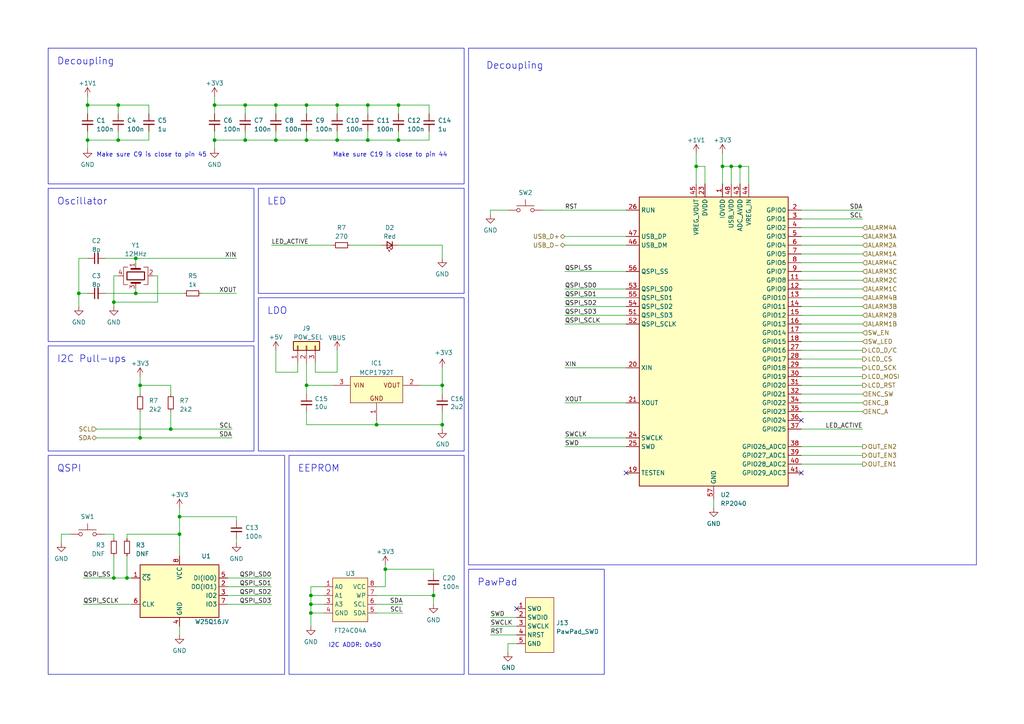
<source format=kicad_sch>
(kicad_sch (version 20230121) (generator eeschema)
  (paper "A4")
  (lib_symbols
    (symbol "Connector_Generic:Conn_01x03" (pin_names (offset 1.016) hide)
      (property "Reference" "J" (at 0 5.08 0))
      (property "Value" "Conn_01x03" (at 0 -5.08 0))
      (symbol "Conn_01x03_1_1"
        (rectangle (start -1.27 -2.413) (end 0 -2.667) (stroke (width 0.1524)))
        (rectangle (start -1.27 0.127) (end 0 -0.127) (stroke (width 0.1524)))
        (rectangle (start -1.27 2.667) (end 0 2.413) (stroke (width 0.1524)))
        (rectangle (start -1.27 3.81) (end 1.27 -3.81) (stroke (width 0.254)) (fill (type background)))
        (pin passive line (at -5.08 2.54 0) (length 3.81) (name "Pin_1") (number "1"))
        (pin passive line (at -5.08 0 0) (length 3.81) (name "Pin_2") (number "2"))
        (pin passive line (at -5.08 -2.54 0) (length 3.81) (name "Pin_3") (number "3"))
      )
    )
    (symbol "Cuprum:24C04"
      (property "Reference" "U" (at 0 7.62 0))
      (symbol "24C04_0_1"
        (rectangle (start -5.08 6.35) (end 5.08 -6.35) (fill (type background)))
      )
      (symbol "24C04_1_1"
        (pin input line (at -7.62 3.81 0) (length 2.54) (name "A0") (number "1"))
        (pin input line (at -7.62 1.27 0) (length 2.54) (name "A1") (number "2"))
        (pin input line (at -7.62 -1.27 0) (length 2.54) (name "A3") (number "3"))
        (pin input line (at -7.62 -3.81 0) (length 2.54) (name "GND") (number "4"))
        (pin input line (at 7.62 -3.81 180) (length 2.54) (name "SDA") (number "5"))
        (pin input line (at 7.62 -1.27 180) (length 2.54) (name "SCL") (number "6"))
        (pin input line (at 7.62 1.27 180) (length 2.54) (name "WP") (number "7"))
        (pin input line (at 7.62 3.81 180) (length 2.54) (name "VCC") (number "8"))
      )
    )
    (symbol "Device:C_Small" (pin_numbers hide) (pin_names (offset 0.254) hide)
      (property "Reference" "C" (at 0.254 1.778 0))
      (property "Value" "C_Small" (at 0.254 -2.032 0))
      (symbol "C_Small_0_1"
        (polyline (pts (xy -1.524 -0.508) (xy 1.524 -0.508)) (stroke (width 0.3302)))
        (polyline (pts (xy -1.524 0.508) (xy 1.524 0.508)) (stroke (width 0.3048)))
      )
      (symbol "C_Small_1_1"
        (pin passive line (at 0 2.54 270) (length 2.032) (name "~") (number "1"))
        (pin passive line (at 0 -2.54 90) (length 2.032) (name "~") (number "2"))
      )
    )
    (symbol "Device:Crystal_GND24" (pin_names (offset 1.016) hide)
      (property "Reference" "Y" (at 3.175 5.08 0))
      (property "Value" "Crystal_GND24" (at 3.175 3.175 0))
      (symbol "Crystal_GND24_0_1"
        (rectangle (start -1.143 2.54) (end 1.143 -2.54) (stroke (width 0.3048)))
        (polyline (pts (xy -2.54 0) (xy -2.032 0)))
        (polyline (pts (xy -2.032 -1.27) (xy -2.032 1.27)) (stroke (width 0.508)))
        (polyline (pts (xy 0 -3.81) (xy 0 -3.556)))
        (polyline (pts (xy 0 3.556) (xy 0 3.81)))
        (polyline (pts (xy 2.032 -1.27) (xy 2.032 1.27)) (stroke (width 0.508)))
        (polyline (pts (xy 2.032 0) (xy 2.54 0)))
        (polyline (pts (xy -2.54 -2.286) (xy -2.54 -3.556) (xy 2.54 -3.556) (xy 2.54 -2.286)))
        (polyline (pts (xy -2.54 2.286) (xy -2.54 3.556) (xy 2.54 3.556) (xy 2.54 2.286)))
      )
      (symbol "Crystal_GND24_1_1"
        (pin passive line (at -3.81 0 0) (length 1.27) (name "1") (number "1"))
        (pin passive line (at 0 5.08 270) (length 1.27) (name "2") (number "2"))
        (pin passive line (at 3.81 0 180) (length 1.27) (name "3") (number "3"))
        (pin passive line (at 0 -5.08 90) (length 1.27) (name "4") (number "4"))
      )
    )
    (symbol "Device:LED_Small" (pin_numbers hide) (pin_names (offset 0.254) hide)
      (property "Reference" "D" (at -1.27 3.175 0))
      (property "Value" "LED_Small" (at -4.445 -2.54 0))
      (symbol "LED_Small_0_1"
        (polyline (pts (xy -0.762 -1.016) (xy -0.762 1.016)) (stroke (width 0.254)))
        (polyline (pts (xy 1.016 0) (xy -0.762 0)))
        (polyline (pts (xy 0.762 -1.016) (xy -0.762 0) (xy 0.762 1.016) (xy 0.762 -1.016)) (stroke (width 0.254)))
        (polyline (pts (xy 0 0.762) (xy -0.508 1.27) (xy -0.254 1.27) (xy -0.508 1.27) (xy -0.508 1.016)))
        (polyline (pts (xy 0.508 1.27) (xy 0 1.778) (xy 0.254 1.778) (xy 0 1.778) (xy 0 1.524)))
      )
      (symbol "LED_Small_1_1"
        (pin passive line (at -2.54 0 0) (length 1.778) (name "K") (number "1"))
        (pin passive line (at 2.54 0 180) (length 1.778) (name "A") (number "2"))
      )
    )
    (symbol "Device:R_Small" (pin_numbers hide) (pin_names (offset 0.254) hide)
      (property "Reference" "R" (at 0.762 0.508 0))
      (property "Value" "R_Small" (at 0.762 -1.016 0))
      (symbol "R_Small_0_1"
        (rectangle (start -0.762 1.778) (end 0.762 -1.778) (stroke (width 0.2032)))
      )
      (symbol "R_Small_1_1"
        (pin passive line (at 0 2.54 270) (length 0.762) (name "~") (number "1"))
        (pin passive line (at 0 -2.54 90) (length 0.762) (name "~") (number "2"))
      )
    )
    (symbol "MCU_RaspberryPi:RP2040"
      (property "Reference" "U" (at 17.78 45.72 0))
      (property "Value" "RP2040" (at 17.78 43.18 0))
      (symbol "RP2040_0_1"
        (rectangle (start -21.59 41.91) (end 21.59 -41.91) (stroke (width 0.254)) (fill (type background)))
      )
      (symbol "RP2040_1_1"
        (pin power_in line (at 2.54 45.72 270) (length 3.81) (name "IOVDD") (number "1"))
        (pin passive line (at 2.54 45.72 270) (length 3.81) hide (name "IOVDD") (number "10"))
        (pin bidirectional line (at 25.4 17.78 180) (length 3.81) (name "GPIO8") (number "11"))
        (pin bidirectional line (at 25.4 15.24 180) (length 3.81) (name "GPIO9") (number "12"))
        (pin bidirectional line (at 25.4 12.7 180) (length 3.81) (name "GPIO10") (number "13"))
        (pin bidirectional line (at 25.4 10.16 180) (length 3.81) (name "GPIO11") (number "14"))
        (pin bidirectional line (at 25.4 7.62 180) (length 3.81) (name "GPIO12") (number "15"))
        (pin bidirectional line (at 25.4 5.08 180) (length 3.81) (name "GPIO13") (number "16"))
        (pin bidirectional line (at 25.4 2.54 180) (length 3.81) (name "GPIO14") (number "17"))
        (pin bidirectional line (at 25.4 0 180) (length 3.81) (name "GPIO15") (number "18"))
        (pin input line (at -25.4 -38.1 0) (length 3.81) (name "TESTEN") (number "19"))
        (pin bidirectional line (at 25.4 38.1 180) (length 3.81) (name "GPIO0") (number "2"))
        (pin input line (at -25.4 -7.62 0) (length 3.81) (name "XIN") (number "20"))
        (pin passive line (at -25.4 -17.78 0) (length 3.81) (name "XOUT") (number "21"))
        (pin passive line (at 2.54 45.72 270) (length 3.81) hide (name "IOVDD") (number "22"))
        (pin power_in line (at -2.54 45.72 270) (length 3.81) (name "DVDD") (number "23"))
        (pin output line (at -25.4 -27.94 0) (length 3.81) (name "SWCLK") (number "24"))
        (pin bidirectional line (at -25.4 -30.48 0) (length 3.81) (name "SWD") (number "25"))
        (pin input line (at -25.4 38.1 0) (length 3.81) (name "RUN") (number "26"))
        (pin bidirectional line (at 25.4 -2.54 180) (length 3.81) (name "GPIO16") (number "27"))
        (pin bidirectional line (at 25.4 -5.08 180) (length 3.81) (name "GPIO17") (number "28"))
        (pin bidirectional line (at 25.4 -7.62 180) (length 3.81) (name "GPIO18") (number "29"))
        (pin bidirectional line (at 25.4 35.56 180) (length 3.81) (name "GPIO1") (number "3"))
        (pin bidirectional line (at 25.4 -10.16 180) (length 3.81) (name "GPIO19") (number "30"))
        (pin bidirectional line (at 25.4 -12.7 180) (length 3.81) (name "GPIO20") (number "31"))
        (pin bidirectional line (at 25.4 -15.24 180) (length 3.81) (name "GPIO21") (number "32"))
        (pin passive line (at 2.54 45.72 270) (length 3.81) hide (name "IOVDD") (number "33"))
        (pin bidirectional line (at 25.4 -17.78 180) (length 3.81) (name "GPIO22") (number "34"))
        (pin bidirectional line (at 25.4 -20.32 180) (length 3.81) (name "GPIO23") (number "35"))
        (pin bidirectional line (at 25.4 -22.86 180) (length 3.81) (name "GPIO24") (number "36"))
        (pin bidirectional line (at 25.4 -25.4 180) (length 3.81) (name "GPIO25") (number "37"))
        (pin bidirectional line (at 25.4 -30.48 180) (length 3.81) (name "GPIO26_ADC0") (number "38"))
        (pin bidirectional line (at 25.4 -33.02 180) (length 3.81) (name "GPIO27_ADC1") (number "39"))
        (pin bidirectional line (at 25.4 33.02 180) (length 3.81) (name "GPIO2") (number "4"))
        (pin bidirectional line (at 25.4 -35.56 180) (length 3.81) (name "GPIO28_ADC2") (number "40"))
        (pin bidirectional line (at 25.4 -38.1 180) (length 3.81) (name "GPIO29_ADC3") (number "41"))
        (pin passive line (at 2.54 45.72 270) (length 3.81) hide (name "IOVDD") (number "42"))
        (pin power_in line (at 7.62 45.72 270) (length 3.81) (name "ADC_AVDD") (number "43"))
        (pin power_in line (at 10.16 45.72 270) (length 3.81) (name "VREG_IN") (number "44"))
        (pin power_out line (at -5.08 45.72 270) (length 3.81) (name "VREG_VOUT") (number "45"))
        (pin bidirectional line (at -25.4 27.94 0) (length 3.81) (name "USB_DM") (number "46"))
        (pin bidirectional line (at -25.4 30.48 0) (length 3.81) (name "USB_DP") (number "47"))
        (pin power_in line (at 5.08 45.72 270) (length 3.81) (name "USB_VDD") (number "48"))
        (pin passive line (at 2.54 45.72 270) (length 3.81) hide (name "IOVDD") (number "49"))
        (pin bidirectional line (at 25.4 30.48 180) (length 3.81) (name "GPIO3") (number "5"))
        (pin passive line (at -2.54 45.72 270) (length 3.81) hide (name "DVDD") (number "50"))
        (pin bidirectional line (at -25.4 7.62 0) (length 3.81) (name "QSPI_SD3") (number "51"))
        (pin output line (at -25.4 5.08 0) (length 3.81) (name "QSPI_SCLK") (number "52"))
        (pin bidirectional line (at -25.4 15.24 0) (length 3.81) (name "QSPI_SD0") (number "53"))
        (pin bidirectional line (at -25.4 10.16 0) (length 3.81) (name "QSPI_SD2") (number "54"))
        (pin bidirectional line (at -25.4 12.7 0) (length 3.81) (name "QSPI_SD1") (number "55"))
        (pin bidirectional line (at -25.4 20.32 0) (length 3.81) (name "QSPI_SS") (number "56"))
        (pin power_in line (at 0 -45.72 90) (length 3.81) (name "GND") (number "57"))
        (pin bidirectional line (at 25.4 27.94 180) (length 3.81) (name "GPIO4") (number "6"))
        (pin bidirectional line (at 25.4 25.4 180) (length 3.81) (name "GPIO5") (number "7"))
        (pin bidirectional line (at 25.4 22.86 180) (length 3.81) (name "GPIO6") (number "8"))
        (pin bidirectional line (at 25.4 20.32 180) (length 3.81) (name "GPIO7") (number "9"))
      )
    )
    (symbol "Memory_Flash:W25Q32JVSS"
      (property "Reference" "U6" (at 6.35 10.16 0))
      (property "Value" "W25Q16JV" (at 4.445 -8.89 0))
      (symbol "W25Q32JVSS_0_1"
        (rectangle (start -11.43 7.62) (end 11.43 -7.62) (stroke (width 0.254)) (fill (type background)))
      )
      (symbol "W25Q32JVSS_1_1"
        (pin input line (at -13.97 3.81 0) (length 2.54) (name "~{CS}") (number "1"))
        (pin bidirectional line (at 13.97 1.27 180) (length 2.54) (name "DO(IO1)") (number "2"))
        (pin bidirectional line (at 13.97 -1.27 180) (length 2.54) (name "IO2") (number "3"))
        (pin power_in line (at 0 -10.16 90) (length 2.54) (name "GND") (number "4"))
        (pin bidirectional line (at 13.97 3.81 180) (length 2.54) (name "DI(IO0)") (number "5"))
        (pin input line (at -13.97 -3.81 0) (length 2.54) (name "CLK") (number "6"))
        (pin bidirectional line (at 13.97 -3.81 180) (length 2.54) (name "IO3") (number "7"))
        (pin power_in line (at 0 10.16 270) (length 2.54) (name "VCC") (number "8"))
      )
    )
    (symbol "PCM_4ms_Power-symbol:+5V" (power) (pin_names (offset 0))
      (property "Value" "+5V" (at 0 3.556 0))
      (symbol "+5V_0_1"
        (polyline (pts (xy -0.762 1.27) (xy 0 2.54)))
        (polyline (pts (xy 0 0) (xy 0 2.54)))
        (polyline (pts (xy 0 2.54) (xy 0.762 1.27)))
      )
      (symbol "+5V_1_1"
        (pin power_in line (at 0 0 90) (length 0) hide (name "+5V") (number "1"))
      )
    )
    (symbol "SamacSys_Parts:MCP1792T-3302H_CB" (pin_names (offset 0.762))
      (property "Reference" "IC?" (at 13.97 6.4557 0))
      (property "Value" "MCP1792T-3302H_CB" (at 13.97 3.6806 0))
      (symbol "MCP1792T-3302H_CB_0_0"
        (text "GND" (at 12.7 -3.81 0) (effects (font (size 1.27 1.27))))
        (text "VIN" (at 7.62 0 0) (effects (font (size 1.27 1.27))))
        (text "VOUT" (at 17.145 0 0) (effects (font (size 1.27 1.27))))
        (pin passive line (at 12.7 -10.16 90) (length 5.08) (name "") (number "1"))
        (pin passive line (at 25.4 0 180) (length 5.08) (name "") (number "2"))
        (pin passive line (at 0 0 0) (length 5.08) (name "") (number "3"))
      )
      (symbol "MCP1792T-3302H_CB_0_1"
        (polyline (pts (xy 5.08 2.54) (xy 20.32 2.54) (xy 20.32 -5.08) (xy 5.08 -5.08) (xy 5.08 2.54)) (stroke (width 0.1524)) (fill (type background)))
      )
    )
    (symbol "Switch:SW_Push" (pin_numbers hide) (pin_names (offset 1.016) hide)
      (property "Reference" "SW" (at 1.27 2.54 0))
      (property "Value" "SW_Push" (at 0 -1.524 0))
      (symbol "SW_Push_0_1"
        (circle (center -2.032 0) (radius 0.508))
        (polyline (pts (xy 0 1.27) (xy 0 3.048)))
        (polyline (pts (xy 2.54 1.27) (xy -2.54 1.27)))
        (circle (center 2.032 0) (radius 0.508))
        (pin passive line (at -5.08 0 0) (length 2.54) (name "1") (number "1"))
        (pin passive line (at 5.08 0 180) (length 2.54) (name "2") (number "2"))
      )
    )
    (symbol "pawpad:PawPad_SWD"
      (property "Reference" "J" (at 0 10.16 0))
      (property "Value" "PawPad_SWD" (at 0 -9.525 0))
      (symbol "PawPad_SWD_0_1"
        (rectangle (start -3.81 8.255) (end 4.445 -7.62) (fill (type background)))
      )
      (symbol "PawPad_SWD_1_1"
        (pin input line (at -6.35 5.08 0) (length 2.54) (name "SWO") (number "1"))
        (pin input line (at -6.35 2.54 0) (length 2.54) (name "SWDIO") (number "2"))
        (pin input line (at -6.35 0 0) (length 2.54) (name "SWCLK") (number "3"))
        (pin input line (at -6.35 -2.54 0) (length 2.54) (name "NRST") (number "4"))
        (pin input line (at -6.35 -5.08 0) (length 2.54) (name "GND") (number "5"))
      )
    )
    (symbol "power:+1V1" (power) (pin_names (offset 0))
      (property "Value" "+1V1" (at 0 3.556 0))
      (symbol "+1V1_0_1"
        (polyline (pts (xy -0.762 1.27) (xy 0 2.54)))
        (polyline (pts (xy 0 0) (xy 0 2.54)))
        (polyline (pts (xy 0 2.54) (xy 0.762 1.27)))
      )
      (symbol "+1V1_1_1"
        (pin power_in line (at 0 0 90) (length 0) hide (name "+1V1") (number "1"))
      )
    )
    (symbol "power:+3V3" (power) (pin_names (offset 0))
      (property "Value" "+3V3" (at 0 3.556 0))
      (symbol "+3V3_0_1"
        (polyline (pts (xy -0.762 1.27) (xy 0 2.54)))
        (polyline (pts (xy 0 0) (xy 0 2.54)))
        (polyline (pts (xy 0 2.54) (xy 0.762 1.27)))
      )
      (symbol "+3V3_1_1"
        (pin power_in line (at 0 0 90) (length 0) hide (name "+3V3") (number "1"))
      )
    )
    (symbol "power:GND" (power) (pin_names (offset 0))
      (property "Value" "GND" (at 0 -3.81 0))
      (symbol "GND_0_1"
        (polyline (pts (xy 0 0) (xy 0 -1.27) (xy 1.27 -1.27) (xy 0 -2.54) (xy -1.27 -1.27) (xy 0 -1.27)))
      )
      (symbol "GND_1_1"
        (pin power_in line (at 0 0 270) (length 0) hide (name "GND") (number "1"))
      )
    )
    (symbol "power:VBUS" (power) (pin_names (offset 0))
      (property "Value" "VBUS" (at 0 3.81 0))
      (symbol "VBUS_0_1"
        (polyline (pts (xy -0.762 1.27) (xy 0 2.54)))
        (polyline (pts (xy 0 0) (xy 0 2.54)))
        (polyline (pts (xy 0 2.54) (xy 0.762 1.27)))
      )
      (symbol "VBUS_1_1"
        (pin power_in line (at 0 0 90) (length 0) hide (name "VBUS") (number "1"))
      )
    )
  )
  (junction (at 212.09 48.26))
  (junction (at 52.07 149.86))
  (junction (at 109.22 123.19))
  (junction (at 22.86 85.09))
  (junction (at 25.4 30.48))
  (junction (at 90.17 177.8))
  (junction (at 214.63 48.26))
  (junction (at 106.68 30.48))
  (junction (at 88.9 30.48))
  (junction (at 71.12 40.64))
  (junction (at 40.64 111.76))
  (junction (at 71.12 30.48))
  (junction (at 111.76 165.1))
  (junction (at 49.53 124.46))
  (junction (at 52.07 154.94))
  (junction (at 39.37 85.09))
  (junction (at 88.9 111.76))
  (junction (at 209.55 48.26))
  (junction (at 25.4 40.64))
  (junction (at 80.01 40.64))
  (junction (at 40.64 127))
  (junction (at 33.02 87.63))
  (junction (at 36.83 167.64))
  (junction (at 33.02 167.64))
  (junction (at 201.93 48.26))
  (junction (at 128.27 123.19))
  (junction (at 97.79 40.64))
  (junction (at 97.79 30.48))
  (junction (at 88.9 40.64))
  (junction (at 90.17 175.26))
  (junction (at 62.23 40.64))
  (junction (at 90.17 172.72))
  (junction (at 39.37 74.93))
  (junction (at 106.68 40.64))
  (junction (at 115.57 40.64))
  (junction (at 62.23 30.48))
  (junction (at 34.29 30.48))
  (junction (at 34.29 40.64))
  (junction (at 115.57 30.48))
  (junction (at 128.27 111.76))
  (junction (at 80.01 30.48))
  (junction (at 125.73 172.72))
  (no_connect (at 181.61 137.16))
  (no_connect (at 232.41 121.92))
  (no_connect (at 149.86 176.53))
  (no_connect (at 232.41 137.16))
  (wire (pts (xy 125.73 165.1) (xy 111.76 165.1)))
  (wire (pts (xy 204.47 48.26) (xy 204.47 53.34)))
  (wire (pts (xy 142.24 179.07) (xy 149.86 179.07)))
  (wire (pts (xy 27.94 127) (xy 40.64 127)))
  (wire (pts (xy 109.22 177.8) (xy 116.84 177.8)))
  (wire (pts (xy 232.41 129.54) (xy 250.19 129.54)))
  (wire (pts (xy 90.17 170.18) (xy 93.98 170.18)))
  (wire (pts (xy 232.41 88.9) (xy 250.19 88.9)))
  (wire (pts (xy 62.23 38.1) (xy 62.23 40.64)))
  (wire (pts (xy 232.41 132.08) (xy 250.19 132.08)))
  (wire (pts (xy 232.41 119.38) (xy 250.19 119.38)))
  (wire (pts (xy 86.36 107.95) (xy 80.01 107.95)))
  (wire (pts (xy 232.41 66.04) (xy 250.19 66.04)))
  (wire (pts (xy 80.01 101.6) (xy 80.01 107.95)))
  (wire (pts (xy 40.64 119.38) (xy 40.64 127)))
  (wire (pts (xy 128.27 111.76) (xy 128.27 114.3)))
  (wire (pts (xy 97.79 30.48) (xy 106.68 30.48)))
  (wire (pts (xy 109.22 170.18) (xy 111.76 170.18)))
  (wire (pts (xy 36.83 167.64) (xy 38.1 167.64)))
  (wire (pts (xy 111.76 163.83) (xy 111.76 165.1)))
  (wire (pts (xy 88.9 119.38) (xy 88.9 123.19)))
  (wire (pts (xy 124.46 30.48) (xy 124.46 33.02)))
  (wire (pts (xy 90.17 172.72) (xy 90.17 170.18)))
  (wire (pts (xy 88.9 111.76) (xy 96.52 111.76)))
  (wire (pts (xy 232.41 93.98) (xy 250.19 93.98)))
  (wire (pts (xy 52.07 149.86) (xy 52.07 154.94)))
  (wire (pts (xy 106.68 40.64) (xy 115.57 40.64)))
  (wire (pts (xy 17.78 154.94) (xy 20.32 154.94)))
  (wire (pts (xy 62.23 43.18) (xy 62.23 40.64)))
  (wire (pts (xy 33.02 80.01) (xy 34.29 80.01)))
  (wire (pts (xy 212.09 53.34) (xy 212.09 48.26)))
  (wire (pts (xy 163.83 86.36) (xy 181.61 86.36)))
  (wire (pts (xy 71.12 40.64) (xy 80.01 40.64)))
  (wire (pts (xy 25.4 27.94) (xy 25.4 30.48)))
  (wire (pts (xy 232.41 86.36) (xy 250.19 86.36)))
  (wire (pts (xy 232.41 71.12) (xy 250.19 71.12)))
  (wire (pts (xy 43.18 38.1) (xy 43.18 40.64)))
  (wire (pts (xy 232.41 73.66) (xy 250.19 73.66)))
  (wire (pts (xy 209.55 48.26) (xy 209.55 53.34)))
  (wire (pts (xy 128.27 71.12) (xy 128.27 74.93)))
  (wire (pts (xy 232.41 96.52) (xy 250.19 96.52)))
  (wire (pts (xy 101.6 71.12) (xy 110.49 71.12)))
  (wire (pts (xy 68.58 151.13) (xy 68.58 149.86)))
  (wire (pts (xy 128.27 119.38) (xy 128.27 123.19)))
  (wire (pts (xy 80.01 40.64) (xy 88.9 40.64)))
  (wire (pts (xy 163.83 116.84) (xy 181.61 116.84)))
  (wire (pts (xy 106.68 30.48) (xy 106.68 33.02)))
  (wire (pts (xy 45.72 80.01) (xy 45.72 87.63)))
  (wire (pts (xy 49.53 124.46) (xy 67.31 124.46)))
  (wire (pts (xy 97.79 40.64) (xy 106.68 40.64)))
  (wire (pts (xy 24.13 167.64) (xy 33.02 167.64)))
  (wire (pts (xy 232.41 99.06) (xy 250.19 99.06)))
  (wire (pts (xy 25.4 40.64) (xy 25.4 43.18)))
  (wire (pts (xy 40.64 109.22) (xy 40.64 111.76)))
  (wire (pts (xy 232.41 81.28) (xy 250.19 81.28)))
  (wire (pts (xy 142.24 62.23) (xy 142.24 60.96)))
  (wire (pts (xy 232.41 91.44) (xy 250.19 91.44)))
  (wire (pts (xy 217.17 53.34) (xy 217.17 48.26)))
  (wire (pts (xy 78.74 172.72) (xy 66.04 172.72)))
  (wire (pts (xy 80.01 40.64) (xy 80.01 38.1)))
  (wire (pts (xy 22.86 85.09) (xy 22.86 74.93)))
  (wire (pts (xy 88.9 40.64) (xy 97.79 40.64)))
  (wire (pts (xy 24.13 175.26) (xy 38.1 175.26)))
  (wire (pts (xy 125.73 172.72) (xy 125.73 175.26)))
  (wire (pts (xy 209.55 44.45) (xy 209.55 48.26)))
  (wire (pts (xy 71.12 40.64) (xy 71.12 38.1)))
  (wire (pts (xy 22.86 88.9) (xy 22.86 85.09)))
  (wire (pts (xy 128.27 123.19) (xy 128.27 124.46)))
  (wire (pts (xy 201.93 44.45) (xy 201.93 48.26)))
  (wire (pts (xy 232.41 124.46) (xy 250.19 124.46)))
  (wire (pts (xy 88.9 123.19) (xy 109.22 123.19)))
  (wire (pts (xy 34.29 30.48) (xy 34.29 33.02)))
  (wire (pts (xy 71.12 30.48) (xy 80.01 30.48)))
  (wire (pts (xy 36.83 154.94) (xy 52.07 154.94)))
  (wire (pts (xy 39.37 74.93) (xy 68.58 74.93)))
  (wire (pts (xy 115.57 30.48) (xy 124.46 30.48)))
  (wire (pts (xy 163.83 71.12) (xy 181.61 71.12)))
  (wire (pts (xy 207.01 147.32) (xy 207.01 144.78)))
  (wire (pts (xy 111.76 165.1) (xy 111.76 170.18)))
  (wire (pts (xy 39.37 85.09) (xy 53.34 85.09)))
  (wire (pts (xy 52.07 184.15) (xy 52.07 181.61)))
  (wire (pts (xy 163.83 93.98) (xy 181.61 93.98)))
  (wire (pts (xy 43.18 30.48) (xy 43.18 33.02)))
  (wire (pts (xy 86.36 105.41) (xy 86.36 107.95)))
  (wire (pts (xy 97.79 30.48) (xy 97.79 33.02)))
  (wire (pts (xy 90.17 172.72) (xy 93.98 172.72)))
  (wire (pts (xy 71.12 30.48) (xy 71.12 33.02)))
  (wire (pts (xy 232.41 106.68) (xy 250.19 106.68)))
  (wire (pts (xy 96.52 71.12) (xy 78.74 71.12)))
  (wire (pts (xy 30.48 85.09) (xy 39.37 85.09)))
  (wire (pts (xy 106.68 40.64) (xy 106.68 38.1)))
  (wire (pts (xy 142.24 60.96) (xy 147.32 60.96)))
  (wire (pts (xy 62.23 30.48) (xy 71.12 30.48)))
  (wire (pts (xy 22.86 85.09) (xy 25.4 85.09)))
  (wire (pts (xy 232.41 101.6) (xy 250.19 101.6)))
  (wire (pts (xy 232.41 111.76) (xy 250.19 111.76)))
  (wire (pts (xy 109.22 123.19) (xy 128.27 123.19)))
  (wire (pts (xy 109.22 121.92) (xy 109.22 123.19)))
  (wire (pts (xy 121.92 111.76) (xy 128.27 111.76)))
  (wire (pts (xy 163.83 68.58) (xy 181.61 68.58)))
  (wire (pts (xy 90.17 175.26) (xy 90.17 172.72)))
  (wire (pts (xy 163.83 78.74) (xy 181.61 78.74)))
  (wire (pts (xy 232.41 114.3) (xy 250.19 114.3)))
  (wire (pts (xy 90.17 177.8) (xy 93.98 177.8)))
  (wire (pts (xy 90.17 175.26) (xy 93.98 175.26)))
  (wire (pts (xy 68.58 85.09) (xy 58.42 85.09)))
  (wire (pts (xy 106.68 30.48) (xy 115.57 30.48)))
  (wire (pts (xy 30.48 154.94) (xy 33.02 154.94)))
  (wire (pts (xy 88.9 40.64) (xy 88.9 38.1)))
  (wire (pts (xy 33.02 87.63) (xy 33.02 80.01)))
  (wire (pts (xy 163.83 129.54) (xy 181.61 129.54)))
  (wire (pts (xy 163.83 106.68) (xy 181.61 106.68)))
  (wire (pts (xy 80.01 30.48) (xy 80.01 33.02)))
  (wire (pts (xy 125.73 166.37) (xy 125.73 165.1)))
  (wire (pts (xy 232.41 68.58) (xy 250.19 68.58)))
  (wire (pts (xy 33.02 167.64) (xy 36.83 167.64)))
  (wire (pts (xy 214.63 48.26) (xy 212.09 48.26)))
  (wire (pts (xy 163.83 127) (xy 181.61 127)))
  (wire (pts (xy 90.17 177.8) (xy 90.17 175.26)))
  (wire (pts (xy 62.23 30.48) (xy 62.23 33.02)))
  (wire (pts (xy 124.46 40.64) (xy 124.46 38.1)))
  (wire (pts (xy 34.29 30.48) (xy 25.4 30.48)))
  (wire (pts (xy 232.41 134.62) (xy 250.19 134.62)))
  (wire (pts (xy 17.78 154.94) (xy 17.78 157.48)))
  (wire (pts (xy 33.02 154.94) (xy 33.02 156.21)))
  (wire (pts (xy 80.01 30.48) (xy 88.9 30.48)))
  (wire (pts (xy 34.29 40.64) (xy 43.18 40.64)))
  (wire (pts (xy 62.23 27.94) (xy 62.23 30.48)))
  (wire (pts (xy 232.41 83.82) (xy 250.19 83.82)))
  (wire (pts (xy 201.93 53.34) (xy 201.93 48.26)))
  (wire (pts (xy 97.79 107.95) (xy 91.44 107.95)))
  (wire (pts (xy 44.45 80.01) (xy 45.72 80.01)))
  (wire (pts (xy 34.29 38.1) (xy 34.29 40.64)))
  (wire (pts (xy 25.4 30.48) (xy 25.4 33.02)))
  (wire (pts (xy 201.93 48.26) (xy 204.47 48.26)))
  (wire (pts (xy 232.41 76.2) (xy 250.19 76.2)))
  (wire (pts (xy 147.32 189.23) (xy 147.32 186.69)))
  (wire (pts (xy 109.22 172.72) (xy 125.73 172.72)))
  (wire (pts (xy 147.32 186.69) (xy 149.86 186.69)))
  (wire (pts (xy 142.24 184.15) (xy 149.86 184.15)))
  (wire (pts (xy 232.41 104.14) (xy 250.19 104.14)))
  (wire (pts (xy 163.83 88.9) (xy 181.61 88.9)))
  (wire (pts (xy 40.64 111.76) (xy 49.53 111.76)))
  (wire (pts (xy 52.07 149.86) (xy 68.58 149.86)))
  (wire (pts (xy 232.41 78.74) (xy 250.19 78.74)))
  (wire (pts (xy 163.83 91.44) (xy 181.61 91.44)))
  (wire (pts (xy 33.02 161.29) (xy 33.02 167.64)))
  (wire (pts (xy 88.9 30.48) (xy 97.79 30.48)))
  (wire (pts (xy 115.57 40.64) (xy 115.57 38.1)))
  (wire (pts (xy 45.72 87.63) (xy 33.02 87.63)))
  (wire (pts (xy 115.57 30.48) (xy 115.57 33.02)))
  (wire (pts (xy 78.74 170.18) (xy 66.04 170.18)))
  (wire (pts (xy 68.58 157.48) (xy 68.58 156.21)))
  (wire (pts (xy 128.27 106.68) (xy 128.27 111.76)))
  (wire (pts (xy 40.64 127) (xy 67.31 127)))
  (wire (pts (xy 163.83 83.82) (xy 181.61 83.82)))
  (wire (pts (xy 30.48 74.93) (xy 39.37 74.93)))
  (wire (pts (xy 25.4 40.64) (xy 34.29 40.64)))
  (wire (pts (xy 27.94 124.46) (xy 49.53 124.46)))
  (wire (pts (xy 49.53 114.3) (xy 49.53 111.76)))
  (wire (pts (xy 232.41 63.5) (xy 250.19 63.5)))
  (wire (pts (xy 217.17 48.26) (xy 214.63 48.26)))
  (wire (pts (xy 212.09 48.26) (xy 209.55 48.26)))
  (wire (pts (xy 115.57 40.64) (xy 124.46 40.64)))
  (wire (pts (xy 91.44 107.95) (xy 91.44 105.41)))
  (wire (pts (xy 90.17 181.61) (xy 90.17 177.8)))
  (wire (pts (xy 214.63 53.34) (xy 214.63 48.26)))
  (wire (pts (xy 25.4 38.1) (xy 25.4 40.64)))
  (wire (pts (xy 88.9 111.76) (xy 88.9 114.3)))
  (wire (pts (xy 142.24 181.61) (xy 149.86 181.61)))
  (wire (pts (xy 49.53 119.38) (xy 49.53 124.46)))
  (wire (pts (xy 115.57 71.12) (xy 128.27 71.12)))
  (wire (pts (xy 78.74 175.26) (xy 66.04 175.26)))
  (wire (pts (xy 62.23 40.64) (xy 71.12 40.64)))
  (wire (pts (xy 232.41 60.96) (xy 250.19 60.96)))
  (wire (pts (xy 157.48 60.96) (xy 181.61 60.96)))
  (wire (pts (xy 43.18 30.48) (xy 34.29 30.48)))
  (wire (pts (xy 40.64 111.76) (xy 40.64 114.3)))
  (wire (pts (xy 22.86 74.93) (xy 25.4 74.93)))
  (wire (pts (xy 109.22 175.26) (xy 116.84 175.26)))
  (wire (pts (xy 78.74 167.64) (xy 66.04 167.64)))
  (wire (pts (xy 33.02 88.9) (xy 33.02 87.63)))
  (wire (pts (xy 52.07 154.94) (xy 52.07 161.29)))
  (wire (pts (xy 39.37 76.2) (xy 39.37 74.93)))
  (wire (pts (xy 36.83 161.29) (xy 36.83 167.64)))
  (wire (pts (xy 125.73 171.45) (xy 125.73 172.72)))
  (wire (pts (xy 88.9 30.48) (xy 88.9 33.02)))
  (wire (pts (xy 97.79 101.6) (xy 97.79 107.95)))
  (wire (pts (xy 52.07 147.32) (xy 52.07 149.86)))
  (wire (pts (xy 232.41 109.22) (xy 250.19 109.22)))
  (wire (pts (xy 97.79 40.64) (xy 97.79 38.1)))
  (wire (pts (xy 88.9 105.41) (xy 88.9 111.76)))
  (wire (pts (xy 36.83 154.94) (xy 36.83 156.21)))
  (wire (pts (xy 39.37 85.09) (xy 39.37 83.82)))
  (wire (pts (xy 232.41 116.84) (xy 250.19 116.84)))
  (rectangle (start 83.82 132.08) (end 134.62 195.58))
  (rectangle (start 13.97 13.97) (end 134.62 53.34))
  (rectangle (start 13.97 54.61) (end 73.66 99.06))
  (rectangle (start 13.97 132.08) (end 82.55 195.58))
  (rectangle (start 74.93 54.61) (end 134.62 85.09))
  (rectangle (start 13.97 100.33) (end 73.66 130.81))
  (rectangle (start 74.93 86.36) (end 134.62 130.81))
  (rectangle (start 135.89 13.97) (end 283.21 163.83))
  (rectangle (start 135.89 165.1) (end 175.26 195.58))
  (text "LDO" (at 77.47 91.44 0) (effects (font (size 2 2)) (justify left bottom)))
  (text "Make sure C9 is close to pin 45" (at 27.94 45.72 0) (effects (font (size 1.27 1.27)) (justify left bottom)))
  (text "Decoupling" (at 16.51 19.05 0) (effects (font (size 2 2)) (justify left bottom)))
  (text "I2C ADDR: 0x50" (at 95.25 187.96 0) (effects (font (size 1.27 1.27)) (justify left bottom)))
  (text "LED" (at 77.47 59.69 0) (effects (font (size 2 2)) (justify left bottom)))
  (text "QSPI" (at 16.51 137.16 0) (effects (font (size 2 2)) (justify left bottom)))
  (text "EEPROM" (at 86.36 137.16 0) (effects (font (size 2 2)) (justify left bottom)))
  (text "Make sure C19 is close to pin 44" (at 96.52 45.72 0) (effects (font (size 1.27 1.27)) (justify left bottom)))
  (text "I2C Pull-ups" (at 16.51 105.41 0) (effects (font (size 2 2)) (justify left bottom)))
  (text "PawPad" (at 138.43 170.18 0) (effects (font (size 2 2)) (justify left bottom)))
  (text "Oscillator" (at 16.51 59.69 0) (effects (font (size 2 2)) (justify left bottom)))
  (text "Decoupling" (at 140.97 20.32 0) (effects (font (size 2 2)) (justify left bottom)))
  (label "SWD" (at 163.83 129.54 0))
  (label "LED_ACTIVE" (at 250.19 124.46 180))
  (label "QSPI_SD1" (at 163.83 86.36 0))
  (label "QSPI_SD2" (at 163.83 88.9 0))
  (label "SDA" (at 116.84 175.26 180))
  (label "QSPI_SD1" (at 78.74 170.18 180))
  (label "SCL" (at 250.19 63.5 180))
  (label "RST" (at 142.24 184.15 0))
  (label "QSPI_SD0" (at 78.74 167.64 180))
  (label "RST" (at 163.83 60.96 0))
  (label "SDA" (at 250.19 60.96 180))
  (label "QSPI_SCLK" (at 24.13 175.26 0))
  (label "SDA" (at 67.31 127 180))
  (label "QSPI_SD2" (at 78.74 172.72 180))
  (label "SWCLK" (at 163.83 127 0))
  (label "QSPI_SS" (at 24.13 167.64 0))
  (label "XIN" (at 68.58 74.93 180))
  (label "XIN" (at 163.83 106.68 0))
  (label "XOUT" (at 163.83 116.84 0))
  (label "QSPI_SS" (at 163.83 78.74 0))
  (label "QSPI_SD3" (at 163.83 91.44 0))
  (label "SCL" (at 116.84 177.8 180))
  (label "XOUT" (at 68.58 85.09 180))
  (label "SCL" (at 67.31 124.46 180))
  (label "SWD" (at 142.24 179.07 0))
  (label "SWCLK" (at 142.24 181.61 0))
  (label "LED_ACTIVE" (at 78.74 71.12 0))
  (label "QSPI_SD0" (at 163.83 83.82 0))
  (label "QSPI_SD3" (at 78.74 175.26 180))
  (label "QSPI_SCLK" (at 163.83 93.98 0))
  (hierarchical_label "ALARM4B" (shape input) (at 250.19 86.36 0))
  (hierarchical_label "LCD_D{slash}C" (shape output) (at 250.19 101.6 0))
  (hierarchical_label "ALARM2C" (shape input) (at 250.19 81.28 0))
  (hierarchical_label "ALARM3C" (shape input) (at 250.19 78.74 0))
  (hierarchical_label "ENC_B" (shape input) (at 250.19 116.84 0))
  (hierarchical_label "ALARM4C" (shape input) (at 250.19 76.2 0))
  (hierarchical_label "LCD_CS" (shape output) (at 250.19 104.14 0))
  (hierarchical_label "OUT_EN2" (shape output) (at 250.19 129.54 0))
  (hierarchical_label "LCD_RST" (shape output) (at 250.19 111.76 0))
  (hierarchical_label "ALARM1C" (shape input) (at 250.19 83.82 0))
  (hierarchical_label "SW_LED" (shape input) (at 250.19 99.06 0))
  (hierarchical_label "SDA" (shape bidirectional) (at 27.94 127 180))
  (hierarchical_label "ALARM1B" (shape input) (at 250.19 93.98 0))
  (hierarchical_label "LCD_SCK" (shape output) (at 250.19 106.68 0))
  (hierarchical_label "USB_D+" (shape bidirectional) (at 163.83 68.58 180))
  (hierarchical_label "ALARM3A" (shape input) (at 250.19 68.58 0))
  (hierarchical_label "ENC_A" (shape input) (at 250.19 119.38 0))
  (hierarchical_label "ENC_SW" (shape input) (at 250.19 114.3 0))
  (hierarchical_label "ALARM2A" (shape input) (at 250.19 71.12 0))
  (hierarchical_label "ALARM2B" (shape input) (at 250.19 91.44 0))
  (hierarchical_label "ALARM4A" (shape input) (at 250.19 66.04 0))
  (hierarchical_label "OUT_EN1" (shape output) (at 250.19 134.62 0))
  (hierarchical_label "LCD_MOSI" (shape output) (at 250.19 109.22 0))
  (hierarchical_label "ALARM1A" (shape input) (at 250.19 73.66 0))
  (hierarchical_label "SW_EN" (shape input) (at 250.19 96.52 0))
  (hierarchical_label "OUT_EN3" (shape output) (at 250.19 132.08 0))
  (hierarchical_label "USB_D-" (shape bidirectional) (at 163.83 71.12 180))
  (hierarchical_label "ALARM3B" (shape input) (at 250.19 88.9 0))
  (hierarchical_label "SCL" (shape input) (at 27.94 124.46 180))
  (symbol (lib_id "power:GND") (at 90.17 181.61 0) (unit 1)
    (property "Reference" "#PWR045" (effects hide))
    (property "Value" "GND" (at 90.17 186.1725 0))
    (instances (project "Reflow Oven" (path "" (reference "#PWR045") (unit 1))) (project "USB-PD" (path "" (reference "#PWR?") (unit 1)) (path "" (reference "#PWR05") (unit 1))))
  )
  (symbol (lib_id "Device:R_Small") (at 55.88 85.09 270) (unit 1)
    (property "Reference" "R5" (at 55.88 80.01 90))
    (property "Value" "1k" (at 55.88 82.55 90))
    (property "Footprint" "Cuprum:R_0603_1608Metric" (effects hide))
    (instances (project "Reflow Oven" (path "" (reference "R5") (unit 1)) (path "" (reference "R25") (unit 1))) (project "USB-PD" (path "" (reference "R?") (unit 1)) (path "" (reference "R9") (unit 1)) (path "" (reference "R12") (unit 1)) (path "" (reference "R15") (unit 1))))
  )
  (symbol (lib_id "Device:C_Small") (at 97.79 35.56 0) (unit 1)
    (property "Reference" "C10" (at 100.33 34.9313 0) (effects (justify left)))
    (property "Value" "100n" (at 100.33 37.4713 0) (effects (justify left)))
    (property "Footprint" "KiCAD Library:C_0603_1608Metric" (effects hide))
    (instances (project "Reflow Oven" (path "" (reference "C10") (unit 1)) (path "" (reference "C16") (unit 1))) (project "USB-PD" (path "" (reference "C?") (unit 1)) (path "" (reference "C32") (unit 1))))
  )
  (symbol (lib_id "power:+3V3") (at 40.64 109.22 0) (unit 1)
    (property "Reference" "#PWR08" (effects hide))
    (property "Value" "+3V3" (at 40.64 105.41 0))
    (instances (project "Reflow Oven" (path "" (reference "#PWR08") (unit 1)) (path "" (reference "#PWR038") (unit 1))) (project "USB-PD" (path "" (reference "#PWR?") (unit 1)) (path "" (reference "#PWR050") (unit 1))))
  )
  (symbol (lib_id "power:+3V3") (at 209.55 44.45 0) (unit 1)
    (property "Reference" "#PWR015" (effects hide))
    (property "Value" "+3V3" (at 209.55 40.64 0))
    (instances (project "Reflow Oven" (path "" (reference "#PWR015") (unit 1)) (path "" (reference "#PWR056") (unit 1))) (project "USB-PD" (path "" (reference "#PWR?") (unit 1)) (path "" (reference "#PWR021") (unit 1))))
  )
  (symbol (lib_id "Device:C_Small") (at 25.4 35.56 0) (unit 1)
    (property "Reference" "C1" (at 27.94 34.9313 0) (effects (justify left)))
    (property "Value" "100n" (at 27.94 37.4713 0) (effects (justify left)))
    (property "Footprint" "KiCAD Library:C_0603_1608Metric" (effects hide))
    (instances (project "Reflow Oven" (path "" (reference "C1") (unit 1)) (path "" (reference "C5") (unit 1))) (project "USB-PD" (path "" (reference "C?") (unit 1)) (path "" (reference "C8") (unit 1))))
  )
  (symbol (lib_id "power:GND") (at 128.27 74.93 0) (unit 1)
    (property "Reference" "#PWR012" (effects hide))
    (property "Value" "GND" (at 128.27 79.4925 0))
    (instances (project "Reflow Oven" (path "" (reference "#PWR012") (unit 1)) (path "" (reference "#PWR049") (unit 1))) (project "USB-PD" (path "" (reference "#PWR?") (unit 1)) (path "" (reference "#PWR051") (unit 1))))
  )
  (symbol (lib_id "power:VBUS") (at 97.79 101.6 0) (unit 1)
    (property "Reference" "#PWR016" (effects hide))
    (property "Value" "VBUS" (at 97.79 97.9955 0))
    (instances (project "Reflow Oven" (path "" (reference "#PWR016") (unit 1)) (path "" (reference "#PWR046") (unit 1))) (project "USB-PD" (path "" (reference "#PWR?") (unit 1)) (path "" (reference "#PWR038") (unit 1))))
  )
  (symbol (lib_id "power:GND") (at 17.78 157.48 0) (unit 1)
    (property "Reference" "#PWR011" (effects hide))
    (property "Value" "GND" (at 17.78 162.0425 0))
    (instances (project "Reflow Oven" (path "" (reference "#PWR011") (unit 1)) (path "" (reference "#PWR033") (unit 1))) (project "USB-PD" (path "" (reference "#PWR?") (unit 1)) (path "" (reference "#PWR049") (unit 1))))
  )
  (symbol (lib_id "Connector_Generic:Conn_01x03") (at 88.9 100.33 90) (unit 1)
    (property "Reference" "J9" (at 87.63 95.25 90) (effects (justify right)))
    (property "Value" "POW_SEL" (at 85.09 97.79 90) (effects (justify right)))
    (property "Footprint" "Connector_PinHeader_2.54mm:PinHeader_1x03_P2.54mm_Vertical" (effects hide))
    (instances (project "Reflow Oven" (path "" (reference "J9") (unit 1)) (path "" (reference "J12") (unit 1))))
  )
  (symbol (lib_id "Switch:SW_Push") (at 25.4 154.94 0) (unit 1)
    (property "Reference" "SW1" (at 25.4 149.86 0))
    (property "Value" "DNF" (effects hide))
    (property "Footprint" "KiCAD Library:PTS636 SM25J SMTR LFS" (effects hide))
    (instances (project "Reflow Oven" (path "" (reference "SW1") (unit 1))) (project "USB-PD" (path "" (reference "SW?") (unit 1)) (path "" (reference "SW3") (unit 1)) (path "" (reference "SW4") (unit 1))))
  )
  (symbol (lib_id "Device:C_Small") (at 80.01 35.56 0) (unit 1)
    (property "Reference" "C8" (at 82.55 34.9313 0) (effects (justify left)))
    (property "Value" "100n" (at 82.55 37.4713 0) (effects (justify left)))
    (property "Footprint" "KiCAD Library:C_0603_1608Metric" (effects hide))
    (instances (project "Reflow Oven" (path "" (reference "C8") (unit 1)) (path "" (reference "C13") (unit 1))) (project "USB-PD" (path "" (reference "C?") (unit 1)) (path "" (reference "C16") (unit 1))))
  )
  (symbol (lib_id "PCM_4ms_Power-symbol:+5V") (at 80.01 101.6 0) (unit 1)
    (property "Reference" "#PWR044" (effects hide))
    (property "Value" "+5V" (at 80.01 97.79 0))
  )
  (symbol (lib_id "pawpad:PawPad_SWD") (at 156.21 181.61 0) (unit 1)
    (property "Reference" "J13" (at 161.29 180.6575 0) (effects (justify left)))
    (property "Value" "PawPad_SWD" (at 161.29 183.1975 0) (effects (justify left)))
    (property "Footprint" "PawPad:pawpad" (effects hide))
  )
  (symbol (lib_id "Device:R_Small") (at 40.64 116.84 0) (unit 1)
    (property "Reference" "R7" (at 43.18 116.205 0) (effects (justify left)))
    (property "Value" "2k2" (at 43.18 118.745 0) (effects (justify left)))
    (property "Footprint" "Cuprum:R_0603_1608Metric" (effects hide))
    (instances (project "Reflow Oven" (path "" (reference "R7") (unit 1)) (path "" (reference "R23") (unit 1))) (project "USB-PD" (path "" (reference "R?") (unit 1)) (path "" (reference "R9") (unit 1)) (path "" (reference "R12") (unit 1)) (path "" (reference "R14") (unit 1))))
  )
  (symbol (lib_id "Device:C_Small") (at 88.9 116.84 0) (unit 1)
    (property "Reference" "C15" (at 91.2368 115.6716 0) (effects (justify left)))
    (property "Value" "10u" (at 91.2368 117.983 0) (effects (justify left)))
    (property "Footprint" "KiCAD Library:C_0603_1608Metric" (effects hide))
    (instances (project "Reflow Oven" (path "" (reference "C15") (unit 1)) (path "" (reference "C15") (unit 1))) (project "USB-PD" (path "" (reference "C?") (unit 1)) (path "" (reference "C17") (unit 1))))
  )
  (symbol (lib_id "power:+3V3") (at 111.76 163.83 0) (unit 1)
    (property "Reference" "#PWR047" (effects hide))
    (property "Value" "+3V3" (at 111.76 160.02 0))
    (instances (project "Reflow Oven" (path "" (reference "#PWR047") (unit 1))) (project "USB-PD" (path "" (reference "#PWR?") (unit 1)) (path "" (reference "#PWR013") (unit 1))))
  )
  (symbol (lib_id "Device:C_Small") (at 27.94 85.09 90) (unit 1)
    (property "Reference" "C3" (at 27.9463 80.01 90))
    (property "Value" "8p" (at 27.9463 82.55 90))
    (property "Footprint" "KiCAD Library:C_0603_1608Metric" (effects hide))
    (instances (project "Reflow Oven" (path "" (reference "C3") (unit 1)) (path "" (reference "C7") (unit 1))) (project "USB-PD" (path "" (reference "C?") (unit 1)) (path "" (reference "C38") (unit 1))))
  )
  (symbol (lib_id "SamacSys_Parts:MCP1792T-3302H_CB") (at 96.52 111.76 0) (unit 1)
    (property "Reference" "IC1" (at 109.22 105.3043 0))
    (property "Value" "MCP1792T" (at 109.22 108.0794 0))
    (property "Footprint" "Package_TO_SOT_SMD:SOT-23" (effects hide))
    (property "Datasheet" "https://4donline.ihs.com/images/VipMasterIC/IC/MCHP/MCHP-S-A0008597986/MCHP-S-A0008597986-1.pdf?hkey=EF798316E3902B6ED9A73243A3159BB0" (effects hide))
    (property "Description" "LDO Voltage Regulators High input voltage regulator 3.3V 3Ld SOT-23A TR" (effects hide))
    (property "Height" "1.45" (effects hide))
    (property "Mouser Part Number" "579-MCP1792T-3302HCB" (effects hide))
    (property "Mouser Price/Stock" "https://www.mouser.co.uk/ProductDetail/Microchip-Technology/MCP1792T-3302H-CB?qs=mAH9sUMRCtsJR7ybQ6HmQA%3D%3D" (effects hide))
    (property "Manufacturer_Name" "Microchip" (effects hide))
    (property "Manufacturer_Part_Number" "MCP1792T-3302H/CB" (effects hide))
    (instances (project "Reflow Oven" (path "" (reference "IC1") (unit 1)) (path "" (reference "IC1") (unit 1))) (project "USB-PD" (path "" (reference "IC?") (unit 1)) (path "" (reference "IC1") (unit 1))))
  )
  (symbol (lib_id "Device:C_Small") (at 124.46 35.56 0) (unit 1)
    (property "Reference" "C14" (at 127 34.9313 0) (effects (justify left)))
    (property "Value" "1u" (at 127 37.4713 0) (effects (justify left)))
    (property "Footprint" "KiCAD Library:C_0603_1608Metric" (effects hide))
    (instances (project "Reflow Oven" (path "" (reference "C14") (unit 1)) (path "" (reference "C19") (unit 1))) (project "USB-PD" (path "" (reference "C?") (unit 1)) (path "" (reference "C35") (unit 1))))
  )
  (symbol (lib_id "power:GND") (at 25.4 43.18 0) (unit 1)
    (property "Reference" "#PWR03" (effects hide))
    (property "Value" "GND" (at 25.4 47.7425 0))
    (instances (project "Reflow Oven" (path "" (reference "#PWR03") (unit 1)) (path "" (reference "#PWR036") (unit 1))) (project "USB-PD" (path "" (reference "#PWR?") (unit 1)) (path "" (reference "#PWR08") (unit 1))))
  )
  (symbol (lib_id "Device:C_Small") (at 62.23 35.56 0) (unit 1)
    (property "Reference" "C6" (at 64.77 34.9313 0) (effects (justify left)))
    (property "Value" "100n" (at 64.77 37.4713 0) (effects (justify left)))
    (property "Footprint" "KiCAD Library:C_0603_1608Metric" (effects hide))
    (instances (project "Reflow Oven" (path "" (reference "C6") (unit 1)) (path "" (reference "C10") (unit 1))) (project "USB-PD" (path "" (reference "C?") (unit 1)) (path "" (reference "C14") (unit 1))))
  )
  (symbol (lib_id "power:+3V3") (at 52.07 147.32 0) (unit 1)
    (property "Reference" "#PWR08" (effects hide))
    (property "Value" "+3V3" (at 52.07 143.51 0))
    (instances (project "Reflow Oven" (path "" (reference "#PWR08") (unit 1)) (path "" (reference "#PWR039") (unit 1))) (project "USB-PD" (path "" (reference "#PWR?") (unit 1)) (path "" (reference "#PWR050") (unit 1))))
  )
  (symbol (lib_id "Device:C_Small") (at 34.29 35.56 0) (unit 1)
    (property "Reference" "C4" (at 36.83 34.9313 0) (effects (justify left)))
    (property "Value" "100n" (at 36.83 37.4713 0) (effects (justify left)))
    (property "Footprint" "KiCAD Library:C_0603_1608Metric" (effects hide))
    (instances (project "Reflow Oven" (path "" (reference "C4") (unit 1)) (path "" (reference "C8") (unit 1))) (project "USB-PD" (path "" (reference "C?") (unit 1)) (path "" (reference "C10") (unit 1))))
  )
  (symbol (lib_id "power:GND") (at 62.23 43.18 0) (unit 1)
    (property "Reference" "#PWR07" (effects hide))
    (property "Value" "GND" (at 62.23 47.7425 0))
    (instances (project "Reflow Oven" (path "" (reference "#PWR07") (unit 1)) (path "" (reference "#PWR042") (unit 1))) (project "USB-PD" (path "" (reference "#PWR?") (unit 1)) (path "" (reference "#PWR012") (unit 1))))
  )
  (symbol (lib_id "power:+1V1") (at 25.4 27.94 0) (unit 1)
    (property "Reference" "#PWR02" (effects hide))
    (property "Value" "+1V1" (at 25.4 24.13 0))
    (instances (project "Reflow Oven" (path "" (reference "#PWR02") (unit 1)) (path "" (reference "#PWR035") (unit 1))) (project "USB-PD" (path "" (reference "#PWR011") (unit 1))))
  )
  (symbol (lib_id "Device:R_Small") (at 36.83 158.75 180) (unit 1)
    (property "Reference" "R3" (at 39.37 158.115 0) (effects (justify right)))
    (property "Value" "DNF" (at 39.37 160.655 0) (effects (justify right)))
    (property "Footprint" "Cuprum:R_0603_1608Metric" (effects hide))
    (instances (project "Reflow Oven" (path "" (reference "R3") (unit 1)) (path "" (reference "R22") (unit 1))) (project "USB-PD" (path "" (reference "R?") (unit 1)) (path "" (reference "R9") (unit 1)) (path "" (reference "R12") (unit 1)) (path "" (reference "R2") (unit 1))))
  )
  (symbol (lib_id "Device:R_Small") (at 49.53 116.84 0) (unit 1)
    (property "Reference" "R7" (at 52.07 116.205 0) (effects (justify left)))
    (property "Value" "2k2" (at 52.07 118.745 0) (effects (justify left)))
    (property "Footprint" "Cuprum:R_0603_1608Metric" (effects hide))
    (instances (project "Reflow Oven" (path "" (reference "R7") (unit 1)) (path "" (reference "R24") (unit 1))) (project "USB-PD" (path "" (reference "R?") (unit 1)) (path "" (reference "R9") (unit 1)) (path "" (reference "R12") (unit 1)) (path "" (reference "R14") (unit 1))))
  )
  (symbol (lib_id "power:GND") (at 142.24 62.23 0) (unit 1)
    (property "Reference" "#PWR012" (effects hide))
    (property "Value" "GND" (at 142.24 66.7925 0))
    (instances (project "Reflow Oven" (path "" (reference "#PWR012") (unit 1)) (path "" (reference "#PWR052") (unit 1))) (project "USB-PD" (path "" (reference "#PWR?") (unit 1)) (path "" (reference "#PWR051") (unit 1))))
  )
  (symbol (lib_id "Device:C_Small") (at 128.27 116.84 0) (unit 1)
    (property "Reference" "C16" (at 130.6068 115.6716 0) (effects (justify left)))
    (property "Value" "2u2" (at 130.6068 117.983 0) (effects (justify left)))
    (property "Footprint" "KiCAD Library:C_0603_1608Metric" (effects hide))
    (instances (project "Reflow Oven" (path "" (reference "C16") (unit 1)) (path "" (reference "C21") (unit 1))) (project "USB-PD" (path "" (reference "C?") (unit 1)) (path "" (reference "C20") (unit 1))))
  )
  (symbol (lib_id "power:GND") (at 147.32 189.23 0) (unit 1)
    (property "Reference" "#PWR017" (effects hide))
    (property "Value" "GND" (at 147.447 193.6242 0))
    (instances (project "Reflow Oven" (path "" (reference "#PWR017") (unit 1)) (path "" (reference "#PWR053") (unit 1))) (project "USB-PD" (path "" (reference "#PWR?") (unit 1)) (path "" (reference "#PWR039") (unit 1))))
  )
  (symbol (lib_id "Device:C_Small") (at 27.94 74.93 90) (unit 1)
    (property "Reference" "C2" (at 27.9463 69.85 90))
    (property "Value" "8p" (at 27.9463 72.39 90))
    (property "Footprint" "KiCAD Library:C_0603_1608Metric" (effects hide))
    (instances (project "Reflow Oven" (path "" (reference "C2") (unit 1)) (path "" (reference "C6") (unit 1))) (project "USB-PD" (path "" (reference "C?") (unit 1)) (path "" (reference "C39") (unit 1))))
  )
  (symbol (lib_id "Device:C_Small") (at 125.73 168.91 0) (unit 1)
    (property "Reference" "C20" (at 128.27 167.6462 0) (effects (justify left)))
    (property "Value" "100n" (at 128.27 170.1862 0) (effects (justify left)))
    (property "Footprint" "KiCAD Library:C_0603_1608Metric" (effects hide))
    (instances (project "Reflow Oven" (path "" (reference "C20") (unit 1))) (project "USB-PD" (path "" (reference "C?") (unit 1)) (path "" (reference "C31") (unit 1))))
  )
  (symbol (lib_id "power:+3V3") (at 128.27 106.68 0) (unit 1)
    (property "Reference" "#PWR018" (effects hide))
    (property "Value" "+3V3" (at 128.651 102.2858 0))
    (instances (project "Reflow Oven" (path "" (reference "#PWR018") (unit 1)) (path "" (reference "#PWR050") (unit 1))) (project "USB-PD" (path "" (reference "#PWR?") (unit 1)) (path "" (reference "#PWR040") (unit 1))))
  )
  (symbol (lib_id "Device:R_Small") (at 33.02 158.75 0) (mirror y) (unit 1)
    (property "Reference" "R3" (at 30.48 158.115 0) (effects (justify left)))
    (property "Value" "DNF" (at 30.48 160.655 0) (effects (justify left)))
    (property "Footprint" "Cuprum:R_0603_1608Metric" (effects hide))
    (instances (project "Reflow Oven" (path "" (reference "R3") (unit 1)) (path "" (reference "R21") (unit 1))) (project "USB-PD" (path "" (reference "R?") (unit 1)) (path "" (reference "R9") (unit 1)) (path "" (reference "R12") (unit 1)) (path "" (reference "R2") (unit 1))))
  )
  (symbol (lib_id "power:GND") (at 33.02 88.9 0) (unit 1)
    (property "Reference" "#PWR04" (effects hide))
    (property "Value" "GND" (at 33.02 93.4625 0))
    (instances (project "Reflow Oven" (path "" (reference "#PWR04") (unit 1)) (path "" (reference "#PWR037") (unit 1))) (project "USB-PD" (path "" (reference "#PWR?") (unit 1)) (path "" (reference "#PWR053") (unit 1))))
  )
  (symbol (lib_id "Device:C_Small") (at 115.57 35.56 0) (unit 1)
    (property "Reference" "C12" (at 118.11 34.9313 0) (effects (justify left)))
    (property "Value" "100n" (at 118.11 37.4713 0) (effects (justify left)))
    (property "Footprint" "KiCAD Library:C_0603_1608Metric" (effects hide))
    (instances (project "Reflow Oven" (path "" (reference "C12") (unit 1)) (path "" (reference "C18") (unit 1))) (project "USB-PD" (path "" (reference "C?") (unit 1)) (path "" (reference "C34") (unit 1))))
  )
  (symbol (lib_id "Device:LED_Small") (at 113.03 71.12 180) (unit 1)
    (property "Reference" "D2" (at 113.03 66.04 0))
    (property "Value" "Red" (at 113.03 68.58 0))
    (property "Footprint" "Diode_SMD:D_0805_2012Metric" (effects hide))
    (instances (project "Reflow Oven" (path "" (reference "D2") (unit 1)) (path "" (reference "D4") (unit 1))) (project "USB-PD" (path "" (reference "D2") (unit 1))))
  )
  (symbol (lib_id "Device:C_Small") (at 43.18 35.56 0) (unit 1)
    (property "Reference" "C5" (at 45.72 34.9313 0) (effects (justify left)))
    (property "Value" "1u" (at 45.72 37.4713 0) (effects (justify left)))
    (property "Footprint" "KiCAD Library:C_0603_1608Metric" (effects hide))
    (instances (project "Reflow Oven" (path "" (reference "C5") (unit 1)) (path "" (reference "C9") (unit 1))) (project "USB-PD" (path "" (reference "C?") (unit 1)) (path "" (reference "C6") (unit 1))))
  )
  (symbol (lib_id "Device:R_Small") (at 99.06 71.12 270) (unit 1)
    (property "Reference" "R7" (at 99.06 66.04 90))
    (property "Value" "270" (at 99.06 68.58 90))
    (property "Footprint" "Cuprum:R_0603_1608Metric" (effects hide))
    (instances (project "Reflow Oven" (path "" (reference "R7") (unit 1)) (path "" (reference "R26") (unit 1))) (project "USB-PD" (path "" (reference "R?") (unit 1)) (path "" (reference "R9") (unit 1)) (path "" (reference "R12") (unit 1)) (path "" (reference "R14") (unit 1))))
  )
  (symbol (lib_id "power:GND") (at 207.01 147.32 0) (unit 1)
    (property "Reference" "#PWR014" (effects hide))
    (property "Value" "GND" (at 207.01 151.8825 0))
    (instances (project "Reflow Oven" (path "" (reference "#PWR014") (unit 1)) (path "" (reference "#PWR055") (unit 1))) (project "USB-PD" (path "" (reference "#PWR?") (unit 1)) (path "" (reference "#PWR028") (unit 1))))
  )
  (symbol (lib_id "power:+3V3") (at 62.23 27.94 0) (unit 1)
    (property "Reference" "#PWR06" (effects hide))
    (property "Value" "+3V3" (at 62.23 24.13 0))
    (instances (project "Reflow Oven" (path "" (reference "#PWR06") (unit 1)) (path "" (reference "#PWR041") (unit 1))) (project "USB-PD" (path "" (reference "#PWR?") (unit 1)) (path "" (reference "#PWR010") (unit 1))))
  )
  (symbol (lib_id "Cuprum:24C04") (at 101.6 173.99 0) (unit 1)
    (property "Reference" "U3" (at 101.6 166.37 0))
    (property "Value" "FT24C04A" (at 101.6 182.88 0))
    (property "Footprint" "Package_SO:SOIC-8_3.9x4.9mm_P1.27mm" (effects hide))
    (instances (project "Reflow Oven" (path "" (reference "U3") (unit 1))) (project "USB-PD" (path "" (reference "U?") (unit 1)) (path "" (reference "U3") (unit 1))))
  )
  (symbol (lib_id "power:GND") (at 52.07 184.15 0) (unit 1)
    (property "Reference" "#PWR09" (effects hide))
    (property "Value" "GND" (at 52.07 188.7125 0))
    (instances (project "Reflow Oven" (path "" (reference "#PWR09") (unit 1)) (path "" (reference "#PWR040") (unit 1))) (project "USB-PD" (path "" (reference "#PWR?") (unit 1)) (path "" (reference "#PWR048") (unit 1))))
  )
  (symbol (lib_id "Memory_Flash:W25Q32JVSS") (at 52.07 171.45 0) (unit 1)
    (property "Reference" "U1" (at 58.42 161.29 0) (effects (justify left)))
    (property "Value" "W25Q16JV" (at 56.515 180.34 0) (effects (justify left)))
    (property "Footprint" "Package_SO:SOIC-8_3.9x4.9mm_P1.27mm" (effects hide))
    (property "Datasheet" "http://www.winbond.com/resource-files/w25q32jv%20revg%2003272018%20plus.pdf" (effects hide))
    (instances (project "Reflow Oven" (path "" (reference "U1") (unit 1)) (path "" (reference "U2") (unit 1))) (project "USB-PD" (path "" (reference "U6") (unit 1))))
  )
  (symbol (lib_id "Device:C_Small") (at 71.12 35.56 0) (unit 1)
    (property "Reference" "C7" (at 73.66 34.9313 0) (effects (justify left)))
    (property "Value" "100n" (at 73.66 37.4713 0) (effects (justify left)))
    (property "Footprint" "KiCAD Library:C_0603_1608Metric" (effects hide))
    (instances (project "Reflow Oven" (path "" (reference "C7") (unit 1)) (path "" (reference "C12") (unit 1))) (project "USB-PD" (path "" (reference "C?") (unit 1)) (path "" (reference "C15") (unit 1))))
  )
  (symbol (lib_id "Device:C_Small") (at 88.9 35.56 0) (unit 1)
    (property "Reference" "C9" (at 91.44 34.9313 0) (effects (justify left)))
    (property "Value" "100n" (at 91.44 37.4713 0) (effects (justify left)))
    (property "Footprint" "KiCAD Library:C_0603_1608Metric" (effects hide))
    (instances (project "Reflow Oven" (path "" (reference "C9") (unit 1)) (path "" (reference "C14") (unit 1))) (project "USB-PD" (path "" (reference "C?") (unit 1)) (path "" (reference "C22") (unit 1))))
  )
  (symbol (lib_id "MCU_RaspberryPi:RP2040") (at 207.01 99.06 0) (unit 1)
    (property "Reference" "U2" (at 208.9659 143.51 0) (effects (justify left)))
    (property "Value" "RP2040" (at 208.9659 146.05 0) (effects (justify left)))
    (property "Footprint" "Package_DFN_QFN:QFN-56-1EP_7x7mm_P0.4mm_EP3.2x3.2mm" (effects hide))
    (property "Datasheet" "https://datasheets.raspberrypi.com/rp2040/rp2040-datasheet.pdf" (effects hide))
    (instances (project "Reflow Oven" (path "" (reference "U2") (unit 1)) (path "" (reference "U4") (unit 1))) (project "USB-PD" (path "" (reference "U?") (unit 1)) (path "" (reference "U2") (unit 1))))
  )
  (symbol (lib_id "Device:Crystal_GND24") (at 39.37 80.01 270) (unit 1)
    (property "Reference" "Y1" (at 39.37 71.12 90))
    (property "Value" "12MHz" (at 39.37 73.66 90))
    (property "Footprint" "Crystal:Crystal_SMD_2520-4Pin_2.5x2.0mm" (effects hide))
  )
  (symbol (lib_id "power:GND") (at 128.27 124.46 0) (unit 1)
    (property "Reference" "#PWR017" (effects hide))
    (property "Value" "GND" (at 128.397 128.8542 0))
    (instances (project "Reflow Oven" (path "" (reference "#PWR017") (unit 1)) (path "" (reference "#PWR051") (unit 1))) (project "USB-PD" (path "" (reference "#PWR?") (unit 1)) (path "" (reference "#PWR039") (unit 1))))
  )
  (symbol (lib_id "power:GND") (at 68.58 157.48 0) (unit 1)
    (property "Reference" "#PWR011" (effects hide))
    (property "Value" "GND" (at 68.58 162.0425 0))
    (instances (project "Reflow Oven" (path "" (reference "#PWR011") (unit 1)) (path "" (reference "#PWR043") (unit 1))) (project "USB-PD" (path "" (reference "#PWR?") (unit 1)) (path "" (reference "#PWR049") (unit 1))))
  )
  (symbol (lib_id "power:GND") (at 125.73 175.26 0) (unit 1)
    (property "Reference" "#PWR048" (effects hide))
    (property "Value" "GND" (at 125.73 179.8225 0))
    (instances (project "Reflow Oven" (path "" (reference "#PWR048") (unit 1))) (project "USB-PD" (path "" (reference "#PWR?") (unit 1)) (path "" (reference "#PWR014") (unit 1))))
  )
  (symbol (lib_id "power:+1V1") (at 201.93 44.45 0) (unit 1)
    (property "Reference" "#PWR02" (effects hide))
    (property "Value" "+1V1" (at 201.93 40.64 0))
    (instances (project "Reflow Oven" (path "" (reference "#PWR02") (unit 1)) (path "" (reference "#PWR054") (unit 1))) (project "USB-PD" (path "" (reference "#PWR011") (unit 1))))
  )
  (symbol (lib_id "Device:C_Small") (at 68.58 153.67 0) (unit 1)
    (property "Reference" "C13" (at 71.12 153.0413 0) (effects (justify left)))
    (property "Value" "100n" (at 71.12 155.5813 0) (effects (justify left)))
    (property "Footprint" "KiCAD Library:C_0603_1608Metric" (effects hide))
    (instances (project "Reflow Oven" (path "" (reference "C13") (unit 1)) (path "" (reference "C11") (unit 1))) (project "USB-PD" (path "" (reference "C?") (unit 1)) (path "" (reference "C37") (unit 1))))
  )
  (symbol (lib_id "Switch:SW_Push") (at 152.4 60.96 0) (unit 1)
    (property "Reference" "SW2" (at 152.4 55.88 0))
    (property "Value" "DNF" (effects hide))
    (property "Footprint" "KiCAD Library:PTS636 SM25J SMTR LFS" (effects hide))
    (instances (project "Reflow Oven" (path "" (reference "SW2") (unit 1))) (project "USB-PD" (path "" (reference "SW?") (unit 1)) (path "" (reference "SW3") (unit 1)) (path "" (reference "SW4") (unit 1))))
  )
  (symbol (lib_id "Device:C_Small") (at 106.68 35.56 0) (unit 1)
    (property "Reference" "C11" (at 109.22 34.9313 0) (effects (justify left)))
    (property "Value" "100n" (at 109.22 37.4713 0) (effects (justify left)))
    (property "Footprint" "KiCAD Library:C_0603_1608Metric" (effects hide))
    (instances (project "Reflow Oven" (path "" (reference "C11") (unit 1)) (path "" (reference "C17") (unit 1))) (project "USB-PD" (path "" (reference "C?") (unit 1)) (path "" (reference "C33") (unit 1))))
  )
  (symbol (lib_id "power:GND") (at 22.86 88.9 0) (unit 1)
    (property "Reference" "#PWR01" (effects hide))
    (property "Value" "GND" (at 22.86 93.4625 0))
    (instances (project "Reflow Oven" (path "" (reference "#PWR01") (unit 1)) (path "" (reference "#PWR034") (unit 1))) (project "USB-PD" (path "" (reference "#PWR?") (unit 1)) (path "" (reference "#PWR052") (unit 1))))
  )
)
</source>
